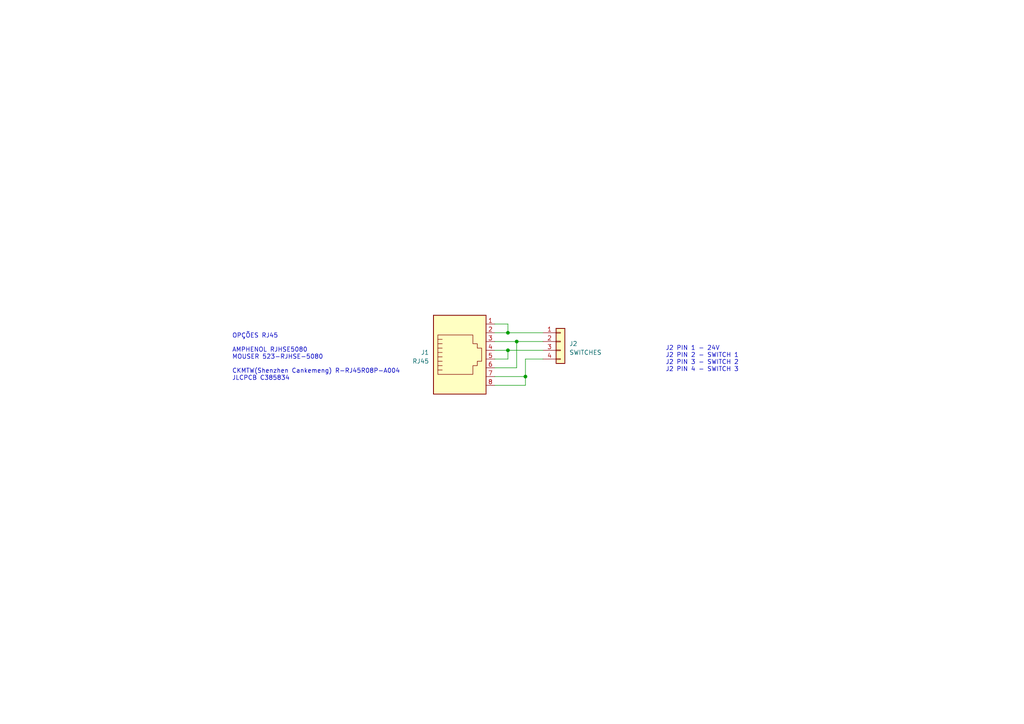
<source format=kicad_sch>
(kicad_sch (version 20230121) (generator eeschema)
  (paper "A4")
  (title_block (title "1 channel RJ45 breakout board") (date "2022-04-01") (rev "V1"))
  (lib_symbols
    (symbol "Connector:RJ45" (pin_names (offset 1.016))
      (property "Reference" "J" (at -5.08 13.97 0))
      (property "Value" "RJ45" (at 2.54 13.97 0))
      (symbol "RJ45_0_1"
        (polyline (pts (xy -5.08 4.445) (xy -6.35 4.445)))
        (polyline (pts (xy -5.08 5.715) (xy -6.35 5.715)))
        (polyline (pts (xy -6.35 -3.175) (xy -5.08 -3.175) (xy -5.08 -3.175)))
        (polyline (pts (xy -6.35 -1.905) (xy -5.08 -1.905) (xy -5.08 -1.905)))
        (polyline (pts (xy -6.35 -0.635) (xy -5.08 -0.635) (xy -5.08 -0.635)))
        (polyline (pts (xy -6.35 0.635) (xy -5.08 0.635) (xy -5.08 0.635)))
        (polyline (pts (xy -6.35 1.905) (xy -5.08 1.905) (xy -5.08 1.905)))
        (polyline (pts (xy -5.08 3.175) (xy -6.35 3.175) (xy -6.35 3.175)))
        (polyline (pts (xy -6.35 -4.445) (xy -6.35 6.985) (xy 3.81 6.985) (xy 3.81 4.445) (xy 5.08 4.445) (xy 5.08 3.175) (xy 6.35 3.175) (xy 6.35 -0.635) (xy 5.08 -0.635) (xy 5.08 -1.905) (xy 3.81 -1.905) (xy 3.81 -4.445) (xy -6.35 -4.445) (xy -6.35 -4.445)))
        (rectangle (start 7.62 12.7) (end -7.62 -10.16) (stroke (width 0.254)) (fill (type background)))
      )
      (symbol "RJ45_1_1"
        (pin passive line (at 10.16 -7.62 180) (length 2.54) (name "~") (number "1"))
        (pin passive line (at 10.16 -5.08 180) (length 2.54) (name "~") (number "2"))
        (pin passive line (at 10.16 -2.54 180) (length 2.54) (name "~") (number "3"))
        (pin passive line (at 10.16 0 180) (length 2.54) (name "~") (number "4"))
        (pin passive line (at 10.16 2.54 180) (length 2.54) (name "~") (number "5"))
        (pin passive line (at 10.16 5.08 180) (length 2.54) (name "~") (number "6"))
        (pin passive line (at 10.16 7.62 180) (length 2.54) (name "~") (number "7"))
        (pin passive line (at 10.16 10.16 180) (length 2.54) (name "~") (number "8"))
      )
    )
    (symbol "Connector_Generic:Conn_01x04" (pin_names (offset 1.016) hide)
      (property "Reference" "J" (at 0 5.08 0))
      (property "Value" "Conn_01x04" (at 0 -7.62 0))
      (symbol "Conn_01x04_1_1"
        (rectangle (start -1.27 -4.953) (end 0 -5.207) (stroke (width 0.1524)))
        (rectangle (start -1.27 -2.413) (end 0 -2.667) (stroke (width 0.1524)))
        (rectangle (start -1.27 0.127) (end 0 -0.127) (stroke (width 0.1524)))
        (rectangle (start -1.27 2.667) (end 0 2.413) (stroke (width 0.1524)))
        (rectangle (start -1.27 3.81) (end 1.27 -6.35) (stroke (width 0.254)) (fill (type background)))
        (pin passive line (at -5.08 2.54 0) (length 3.81) (name "Pin_1") (number "1"))
        (pin passive line (at -5.08 0 0) (length 3.81) (name "Pin_2") (number "2"))
        (pin passive line (at -5.08 -2.54 0) (length 3.81) (name "Pin_3") (number "3"))
        (pin passive line (at -5.08 -5.08 0) (length 3.81) (name "Pin_4") (number "4"))
      )
    )
  )
  (junction (at 147.32 96.52))
  (junction (at 149.86 99.06))
  (junction (at 152.4 109.22))
  (junction (at 147.32 101.6))
  (wire (pts (xy 147.32 96.52) (xy 147.32 93.98)))
  (wire (pts (xy 149.86 99.06) (xy 157.48 99.06)))
  (wire (pts (xy 143.51 104.14) (xy 147.32 104.14)))
  (wire (pts (xy 152.4 104.14) (xy 157.48 104.14)))
  (wire (pts (xy 147.32 93.98) (xy 143.51 93.98)))
  (wire (pts (xy 152.4 111.76) (xy 152.4 109.22)))
  (wire (pts (xy 143.51 96.52) (xy 147.32 96.52)))
  (wire (pts (xy 147.32 101.6) (xy 143.51 101.6)))
  (wire (pts (xy 147.32 101.6) (xy 157.48 101.6)))
  (wire (pts (xy 149.86 99.06) (xy 143.51 99.06)))
  (wire (pts (xy 149.86 106.68) (xy 149.86 99.06)))
  (wire (pts (xy 147.32 96.52) (xy 157.48 96.52)))
  (wire (pts (xy 143.51 106.68) (xy 149.86 106.68)))
  (wire (pts (xy 152.4 109.22) (xy 152.4 104.14)))
  (wire (pts (xy 143.51 111.76) (xy 152.4 111.76)))
  (wire (pts (xy 147.32 104.14) (xy 147.32 101.6)))
  (wire (pts (xy 143.51 109.22) (xy 152.4 109.22)))
  (text "OPÇÕES RJ45\n\nAMPHENOL RJHSE5080\nMOUSER 523-RJHSE-5080\n\nCKMTW(Shenzhen Cankemeng) R-RJ45R08P-A004\nJLCPCB C385834\n" (at 67.31 110.49 0) (effects (font (size 1.27 1.27)) (justify left bottom)))
  (text "J2 PIN 1 - 24V\nJ2 PIN 2 - SWITCH 1\nJ2 PIN 3 - SWITCH 2\nJ2 PIN 4 - SWITCH 3" (at 193.04 107.95 0) (effects (font (size 1.27 1.27)) (justify left bottom)))
  (symbol (lib_id "Connector:RJ45") (at 133.35 101.6 0) (mirror x) (unit 1)
    (property "Reference" "J1" (at 124.46 102.235 0) (effects (justify right)))
    (property "Value" "RJ45" (at 124.46 104.775 0) (effects (justify right)))
    (property "Footprint" "Tales:RJ45_Amphenol_RJHSE5080" (effects hide))
    (property "Mfr" "Ckmtw(Shenzhen Cankemeng)" (effects hide))
    (property "Mfr PN" "R-RJ45R08P-A004" (effects hide))
    (property "Vendor" "JLCPCB" (effects hide))
    (property "Vendor PN" "C385834" (effects hide))
    (property "JLCPCB BOM" "1" (effects hide))
    (property "LCSC Part" "C385834" (effects hide))
  )
  (symbol (lib_id "Connector_Generic:Conn_01x04") (at 162.56 99.06 0) (unit 1)
    (property "Reference" "J2" (at 165.1 99.695 0) (effects (justify left)))
    (property "Value" "SWITCHES" (at 165.1 102.235 0) (effects (justify left)))
    (property "Footprint" "Tales:TerminalBlock_Phoenix_MKDS-3-4-5.08_1x04_P5.08mm_Horizontal" (effects hide))
    (property "JLCPCB BOM" "1" (effects hide))
    (property "LCSC Part" "C2915641" (effects hide))
    (property "Mfr" "DIBO" (effects hide))
    (property "Mfr PN" "DB128V-5.08-4P-GN-S" (effects hide))
    (property "Vendor" "JLCPCB" (effects hide))
    (property "Vendor PN" "C2915641" (effects hide))
  )
)
</source>
